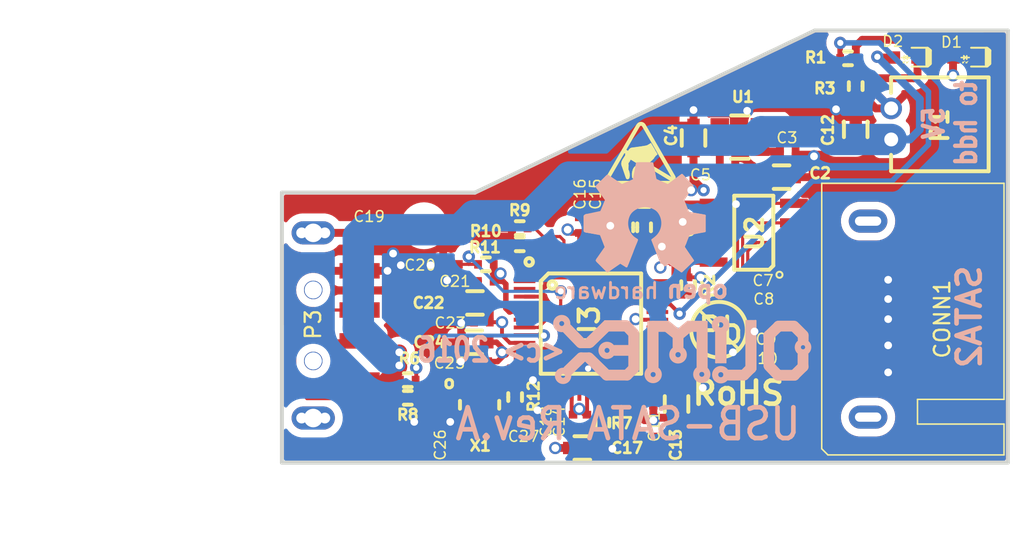
<source format=kicad_pcb>
(kicad_pcb (version 20221018) (generator pcbnew)
  (layers (0 "F.Cu" mixed) (1 "In1.Cu" power) (2 "In2.Cu" power) (31 "B.Cu" mixed) (35 "F.Paste" user) (36 "B.SilkS" user "B.Silkscreen") (37 "F.SilkS" user "F.Silkscreen") (38 "B.Mask" user) (39 "F.Mask" user) (44 "Edge.Cuts" user))
  (net 0 "")
  (net 1 "GND")
  (net 2 "+3V3")
  (net 3 "Net-(C12-Pad1)")
  (net 4 "+1V8")
  (net 5 "Net-(C7-Pad1)")
  (net 6 "Net-(C8-Pad1)")
  (net 7 "Net-(C9-Pad1)")
  (net 8 "Net-(C10-Pad1)")
  (net 9 "Net-(C19-Pad1)")
  (net 10 "/RST")
  (net 11 "Net-(C26-Pad1)")
  (net 12 "Net-(C27-Pad1)")
  (net 13 "Net-(D1-Pad1)")
  (net 14 "Net-(D2-Pad1)")
  (net 15 "/HDDA")
  (net 16 "Net-(R2-Pad2)")
  (net 17 "Net-(R4-Pad2)")
  (net 18 "Net-(R5-Pad2)")
  (net 19 "/VBUS")
  (net 20 "Net-(R7-Pad2)")
  (net 21 "Net-(R9-Pad1)")
  (net 22 "Net-(R10-Pad1)")
  (net 23 "Net-(U1-Pad4)")
  (net 24 "Net-(U2-Pad1)")
  (net 25 "Net-(U2-Pad2)")
  (net 26 "Net-(U2-Pad3)")
  (net 27 "Net-(U2-Pad4)")
  (net 28 "Net-(U2-Pad7)")
  (net 29 "Net-(U3-Pad1)")
  (net 30 "Net-(U3-Pad2)")
  (net 31 "Net-(U3-Pad6)")
  (net 32 "Net-(U3-Pad32)")
  (net 33 "Net-(U3-Pad48)")
  (net 34 "/TX_P")
  (net 35 "/TX_N")
  (net 36 "/RX_N")
  (net 37 "/RX_P")
  (net 38 "/D_N")
  (net 39 "/D_P")
  (net 40 "Net-(U3-Pad39)")
  (net 41 "Net-(U3-Pad40)")
  (footprint "OLIMEX_RLC-FP:C0402" (layer "F.Cu") (at 128.8 48.992 -90)
    (fp_text reference "C1")
    (fp_text value "100nF")
  )
  (footprint "OLIMEX_RLC-FP:C_0603_5MIL_DWS" (layer "F.Cu") (at 134.85 44)
    (fp_text reference "C2")
    (fp_text value "10uF/10V")
  )
  (footprint "OLIMEX_RLC-FP:C0402" (layer "F.Cu") (at 135.25 42.35 180)
    (fp_text reference "C3")
    (fp_text value "100nF")
  )
  (footprint "OLIMEX_RLC-FP:C_0603_5MIL_DWS" (layer "F.Cu") (at 129.15 41.461 90)
    (fp_text reference "C4")
    (fp_text value "10uF/10V")
  )
  (footprint "OLIMEX_RLC-FP:C0402" (layer "F.Cu") (at 131.342 43.8 180)
    (fp_text reference "C5")
    (fp_text value "100nF")
  )
  (footprint "OLIMEX_RLC-FP:C0402" (layer "F.Cu") (at 127.85 49 90)
    (fp_text reference "C6")
    (fp_text value "100nF")
  )
  (footprint "OLIMEX_RLC-FP:C0402" (layer "F.Cu") (at 135.6 50.65)
    (fp_text reference "C7")
    (fp_text value "10nF")
  )
  (footprint "OLIMEX_RLC-FP:C0402" (layer "F.Cu") (at 135.6 51.95)
    (fp_text reference "C8")
    (fp_text value "10nF")
  )
  (footprint "OLIMEX_RLC-FP:C0402" (layer "F.Cu") (at 135.6 54.45)
    (fp_text reference "C9")
    (fp_text value "10nF")
  )
  (footprint "OLIMEX_RLC-FP:C0402" (layer "F.Cu") (at 135.65 55.75)
    (fp_text reference "C10")
    (fp_text value "10nF")
  )
  (footprint "OLIMEX_RLC-FP:C0402" (layer "F.Cu") (at 126.55 58.3 -90)
    (fp_text reference "C11")
    (fp_text value "100nF")
  )
  (footprint "OLIMEX_RLC-FP:C_0603_5MIL_DWS" (layer "F.Cu") (at 139.65 40.9 90)
    (fp_text reference "C12")
    (fp_text value "10uF")
  )
  (footprint "OLIMEX_RLC-FP:C_0603_5MIL_DWS" (layer "F.Cu") (at 128.05 58.7 90)
    (fp_text reference "C13")
    (fp_text value "10uF/10V")
  )
  (footprint "OLIMEX_RLC-FP:C0402" (layer "F.Cu") (at 122.25 59.9 90)
    (fp_text reference "C14")
    (fp_text value "100nF")
  )
  (footprint "OLIMEX_RLC-FP:C0402" (layer "F.Cu") (at 122.75 47.1 -90)
    (fp_text reference "C15")
    (fp_text value "100nF")
  )
  (footprint "OLIMEX_RLC-FP:C0402" (layer "F.Cu") (at 121.75 47.108 -90)
    (fp_text reference "C16")
    (fp_text value "100nF")
  )
  (footprint "OLIMEX_RLC-FP:C_0603_5MIL_DWS" (layer "F.Cu") (at 121.95 61.55 180)
    (fp_text reference "C17")
    (fp_text value "10uF/10V")
  )
  (footprint "OLIMEX_RLC-FP:C0402" (layer "F.Cu") (at 121.35 59.9 -90)
    (fp_text reference "C18")
    (fp_text value "100nF")
  )
  (footprint "OLIMEX_RLC-FP:C0402" (layer "F.Cu") (at 108.2 47.6 180)
    (fp_text reference "C19")
    (fp_text value "10nF")
  )
  (footprint "OLIMEX_RLC-FP:C0402" (layer "F.Cu") (at 113.45 49.65)
    (fp_text reference "C20")
    (fp_text value "1uF")
  )
  (footprint "OLIMEX_RLC-FP:C0402" (layer "F.Cu") (at 115.7 50.75)
    (fp_text reference "C21")
    (fp_text value "100nF")
  )
  (footprint "OLIMEX_RLC-FP:C_0603_5MIL_DWS" (layer "F.Cu") (at 115 52.15 180)
    (fp_text reference "C22")
    (fp_text value "10uF/10V")
  )
  (footprint "OLIMEX_RLC-FP:C0402" (layer "F.Cu") (at 115.45 53.4)
    (fp_text reference "C23")
    (fp_text value "100nF")
  )
  (footprint "OLIMEX_RLC-FP:C_0603_5MIL_DWS" (layer "F.Cu") (at 114.95 54.7 180)
    (fp_text reference "C24")
    (fp_text value "10uF/10V")
  )
  (footprint "OLIMEX_RLC-FP:C0402" (layer "F.Cu") (at 115.35 55.95)
    (fp_text reference "C25")
    (fp_text value "100nF")
  )
  (footprint "OLIMEX_RLC-FP:C0402" (layer "F.Cu") (at 112.8 59.35 90)
    (fp_text reference "C26")
    (fp_text value "33pF")
  )
  (footprint "OLIMEX_RLC-FP:C0402" (layer "F.Cu") (at 118.1 59.75 180)
    (fp_text reference "C27")
    (fp_text value "33pF")
  )
  (footprint "OLIMEX_LEDs-FP:LED_0603_KA" (layer "F.Cu") (at 146.738001 36.25 180)
    (fp_text reference "D1")
    (fp_text value "RED")
  )
  (footprint "OLIMEX_LEDs-FP:LED_0603_KA" (layer "F.Cu") (at 142.888001 36.25 180)
    (fp_text reference "D2")
    (fp_text value "GREEN")
  )
  (footprint "OLIMEX_Connectors-FP:USB-A-MALE-SMD" (layer "F.Cu") (at 104.53 53.61 -90)
    (fp_text reference "P3")
    (fp_text value "USB_A")
  )
  (footprint "OLIMEX_RLC-FP:R_0402_5MIL_DWS" (layer "F.Cu") (at 139.15 36.3 180)
    (fp_text reference "R1")
    (fp_text value "1K")
  )
  (footprint "OLIMEX_RLC-FP:R_0402_5MIL_DWS" (layer "F.Cu") (at 128.8 51 -90)
    (fp_text reference "R2")
    (fp_text value "10K")
  )
  (footprint "OLIMEX_RLC-FP:R_0402_5MIL_DWS" (layer "F.Cu") (at 139.65 38.1 -90)
    (fp_text reference "R3")
    (fp_text value "1K")
  )
  (footprint "OLIMEX_RLC-FP:R_0402_5MIL_DWS" (layer "F.Cu") (at 124.8 47.25 -90)
    (fp_text reference "R4")
    (fp_text value "10K")
  )
  (footprint "OLIMEX_RLC-FP:R_0402_5MIL_DWS" (layer "F.Cu") (at 125.95 47.25 -90)
    (fp_text reference "R5")
    (fp_text value "10K")
  )
  (footprint "OLIMEX_RLC-FP:R_0402_5MIL_DWS" (layer "F.Cu") (at 110.65 57.15)
    (fp_text reference "R6")
    (fp_text value "4.7K")
  )
  (footprint "OLIMEX_RLC-FP:R_0402_5MIL_DWS" (layer "F.Cu") (at 123.25 59.9 90)
    (fp_text reference "R7")
    (fp_text value "12K/1%")
  )
  (footprint "OLIMEX_RLC-FP:R_0402_5MIL_DWS" (layer "F.Cu") (at 110.65 58.3 180)
    (fp_text reference "R8")
    (fp_text value "10K")
  )
  (footprint "OLIMEX_RLC-FP:R_0402_5MIL_DWS" (layer "F.Cu") (at 117.9 47.3 180)
    (fp_text reference "R9")
    (fp_text value "4.7K")
  )
  (footprint "OLIMEX_RLC-FP:R_0402_5MIL_DWS" (layer "F.Cu") (at 117.9 48.35 180)
    (fp_text reference "R10")
    (fp_text value "4.7K")
  )
  (footprint "OLIMEX_RLC-FP:R_0402_5MIL_DWS" (layer "F.Cu") (at 115.708 49.65 180)
    (fp_text reference "R11")
    (fp_text value "47K")
  )
  (footprint "OLIMEX_RLC-FP:R_0402_5MIL_DWS" (layer "F.Cu") (at 117.6 58.25 90)
    (fp_text reference "R12")
    (fp_text value "1M")
  )
  (footprint "OLIMEX_IC-FP:SOT-23-5" (layer "F.Cu") (at 132.15 41.4)
    (fp_text reference "U1")
    (fp_text value "AP1231")
  )
  (footprint "OLIMEX_IC-FP:SOIC-8" (layer "F.Cu") (at 133.05 47.6 90)
    (fp_text reference "U2")
    (fp_text value "(n.a.)93LC46")
  )
  (footprint "OLIMEX_IC-FP:LQFP48" (layer "F.Cu") (at 122.51 53.49 -90)
    (fp_text reference "U3")
    (fp_text value "JM20329")
  )
  (footprint "OLIMEX_Crystal-FP:TSX-3.2x2.5mm_GND(3)" (layer "F.Cu") (at 115.3 58.75 -90)
    (fp_text reference "X1")
    (fp_text value "12MHz_20ppm_22pF")
  )
  (footprint "OLIMEX_Connectors-FP:SATA-MALE-7" (layer "F.Cu") (at 140.45 53.2 -90)
    (fp_text reference "CONN1")
    (fp_text value "CONN-SATA7")
  )
  (footprint "OLIMEX_Connectors-FP:LIPO_BAT-CON2DW02R" (layer "F.Cu") (at 145.1 40.55 90)
    (fp_text reference "P1")
    (fp_text value "5V to hdd")
  )
  (footprint "OLIMEX_Other-FP:Fiducial1x3_transp" (layer "F.Cu") (at 111.7 47.15)
    (fp_text reference "")
    (fp_text value "")
  )
  (footprint "OLIMEX_Other-FP:Fiducial1x3_transp" (layer "F.Cu") (at 135.35 60.4)
    (fp_text reference "")
    (fp_text value "")
  )
  (footprint "OLIMEX_Other-FP:Fiducial1x3_transp" (layer "F.Cu") (at 135.1 37.75)
    (fp_text reference "")
    (fp_text value "")
  )
  (footprint "OLIMEX_LOGOs-FP:LOGO_ANTISTATIC_SMALL_4.5mmX2.8mm" (layer "F.Cu") (at 125.75 42.45)
    (fp_text reference "Ref**")
    (fp_text value "Val**")
  )
  (footprint "OLIMEX_LOGOs-FP:LOGO_PBFREE" (layer "F.Cu") (at 131 54.2)
    (fp_text reference "")
    (fp_text value "")
  )
  (footprint "OLIMEX_LOGOs-FP:LOGO_OPENHARDWARE_8x8" (layer "B.Cu") (at 126 47.1 180)
    (fp_text reference "" hide)
    (fp_text value "" hide)
  )
  (footprint "OLIMEX_LOGOs-FP:OLIMEX_LOGO_TB" (layer "B.Cu") (at 128.25 55.15 180)
    (fp_text reference "" hide)
    (fp_text value "" hide)
  )
  (gr_line (start 102.5 62.5) (end 102.5 45) (stroke (width 0.254)) (layer "Edge.Cuts"))
  (gr_line (start 102.5 62.5) (end 149.5 62.5) (stroke (width 0.254)) (layer "Edge.Cuts"))
  (gr_line (start 102.5 45) (end 115 45) (stroke (width 0.254)) (layer "Edge.Cuts"))
  (gr_line (start 149.5 62.5) (end 149.5 34.5) (stroke (width 0.254)) (layer "Edge.Cuts"))
  (gr_line (start 115 45) (end 137 34.5) (stroke (width 0.254)) (layer "Edge.Cuts"))
  (gr_line (start 137 34.5) (end 149.5 34.5) (stroke (width 0.254)) (layer "Edge.Cuts"))
  (gr_text "5V\nto hdd" (at 145.75 40.5 90) (layer "B.SilkS") (effects (font (size 1.3 1.1) (thickness 0.275)) (justify mirror)))
  (gr_text "<c> 2016" (at 116.05 55.2) (layer "B.SilkS") (effects (font (size 1.5 1.2) (thickness 0.3)) (justify mirror)))
  (gr_text "SATA2" (at 147 53.05 90) (layer "B.SilkS") (effects (font (size 1.5 1.5) (thickness 0.3)) (justify mirror)))
  (gr_text "USB-SATA Rev.A" (at 124.9 60) (layer "B.SilkS") (effects (font (size 2 1.8) (thickness 0.3)) (justify mirror)))
  (gr_text "RoHS" (at 132.05 58) (layer "F.SilkS") (effects (font (size 1.5 1.5) (thickness 0.3))))
  (segment (start 122.8 60.408) (end 122.25 60.408) (width 0.508) (layer "F.Cu") (net 1))
  (segment (start 129.15 40.572) (end 129.15 39.65) (width 0.508) (layer "F.Cu") (net 1))
  (segment (start 142.00481 49.54519) (end 141.75 49.8) (width 0.3556) (layer "F.Cu") (net 1))
  (segment (start 112.942 50.433) (end 113.2 50.691) (width 0.508) (layer "F.Cu") (net 1))
  (segment (start 121.26 49.19) (end 121.26 50.144) (width 0.254) (layer "F.Cu") (net 1))
  (segment (start 125.1 56.4) (end 122.324 56.4) (width 0.254) (layer "F.Cu") (net 1))
  (segment (start 135.739 44) (end 136.6026 44) (width 0.3556) (layer "F.Cu") (net 1))
  (segment (start 114.161 53.4) (end 114.111 53.45) (width 0.508) (layer "F.Cu") (net 1))
  (segment (start 131.85 40.471189) (end 132.220705 40.100484) (width 0.3556) (layer "F.Cu") (net 1))
  (segment (start 135.758 43.05) (end 136.158 42.65) (width 0.254) (layer "F.Cu") (net 1))
  (segment (start 114.061 54.7) (end 114.061 55.927) (width 0.508) (layer "F.Cu") (net 1))
  (segment (start 117.392 47.85) (end 117.392 48.35) (width 0.508) (layer "F.Cu") (net 1))
  (segment (start 138.95 49.39) (end 141.34 49.39) (width 0.3556) (layer "F.Cu") (net 1))
  (segment (start 114.084 55.95) (end 114.842 55.95) (width 0.508) (layer "F.Cu") (net 1))
  (segment (start 141.34 49.39) (end 141.75 49.8) (width 0.3556) (layer "F.Cu") (net 1))
  (segment (start 131.85 43.8) (end 131.85 45.5506) (width 0.3556) (layer "F.Cu") (net 1))
  (segment (start 114.65 59.85) (end 114.5 59.85) (width 0.25) (layer "F.Cu") (net 1))
  (segment (start 110.142 58.9306) (end 111.0694 59.858) (width 0.3556) (layer "F.Cu") (net 1))
  (segment (start 123.155 45.695) (end 122.25 46.6) (width 0.3556) (layer "F.Cu") (net 1))
  (segment (start 141.94532 39.5467) (end 140.955371 39.5467) (width 0.508) (layer "F.Cu") (net 1))
  (segment (start 136.158 42.65) (end 136.384315 42.65) (width 0.254) (layer "F.Cu") (net 1))
  (segment (start 135.758 43.05) (end 135.758 43.981) (width 0.3556) (layer "F.Cu") (net 1))
  (segment (start 117.392 47.85) (end 116 47.85) (width 0.508) (layer "F.Cu") (net 1))
  (segment (start 122.26 50.144) (end 122.25 50.154) (width 0.254) (layer "F.Cu") (net 1))
  (segment (start 119.45 56.65) (end 118.95 57.15) (width 0.254) (layer "F.Cu") (net 1))
  (segment (start 140.7056 53.2) (end 141.75 53.2) (width 0.3556) (layer "F.Cu") (net 1))
  (segment (start 126.569 57.811) (end 126.55 57.792) (width 0.508) (layer "F.Cu") (net 1))
  (segment (start 112.1694 59.858) (end 112.8 59.858) (width 0.3556) (layer "F.Cu") (net 1))
  (segment (start 110.2 49.708) (end 109.7 49.708) (width 0.508) (layer "F.Cu") (net 1))
  (segment (start 141.75 56.65) (end 141.39 57.01) (width 0.3556) (layer "F.Cu") (net 1))
  (segment (start 141.75 50.65) (end 141.75 51.9) (width 0.3556) (layer "F.Cu") (net 1))
  (segment (start 138.95 53.2) (end 140.7056 53.2) (width 0.3556) (layer "F.Cu") (net 1))
  (segment (start 122.05 56.4) (end 121.76 56.69) (width 0.254) (layer "F.Cu") (net 1))
  (segment (start 121.75 46.6) (end 122.25 46.6) (width 0.3556) (layer "F.Cu") (net 1))
  (segment (start 119.174 51.75) (end 119.4 51.75) (width 0.254) (layer "F.Cu") (net 1))
  (segment (start 122.25 50.5) (end 123.25 50.5) (width 0.254) (layer "F.Cu") (net 1))
  (segment (start 119.4 51.75) (end 119.4 52.25) (width 0.254) (layer "F.Cu") (net 1))
  (segment (start 131.7 55.7) (end 129.75 57.65) (width 0.508) (layer "F.Cu") (net 1))
  (segment (start 114.111 51.073) (end 114.111 52.15) (width 0.508) (layer "F.Cu") (net 1))
  (segment (start 118.608 59.542) (end 118.650001 59.499999) (width 0.508) (layer "F.Cu") (net 1))
  (segment (start 141.75 49.8) (end 141.75 50.65) (width 0.3556) (layer "F.Cu") (net 1))
  (segment (start 135.758 42.35) (end 135.758 43.05) (width 0.3556) (layer "F.Cu") (net 1))
  (segment (start 111.85 59.858) (end 112.1694 59.858) (width 0.3556) (layer "F.Cu") (net 1))
  (segment (start 116.1 57.65) (end 116.1 57.75) (width 0.2032) (layer "F.Cu") (net 1))
  (segment (start 122.8 60.408) (end 123.108 60.408) (width 0.254) (layer "F.Cu") (net 1))
  (segment (start 119.39 52.24) (end 118.21 52.24) (width 0.254) (layer "F.Cu") (net 1))
  (segment (start 114.111 54.65) (end 114.061 54.7) (width 0.508) (layer "F.Cu") (net 1))
  (segment (start 109.7 48.95) (end 109.7 47.834) (width 0.508) (layer "F.Cu") (net 1))
  (segment (start 131.7056 45.695) (end 131.845 45.695) (width 0.25) (layer "F.Cu") (net 1))
  (segment (start 127.85 48.492) (end 128.792 48.492) (width 0.3556) (layer "F.Cu") (net 1))
  (segment (start 109.7 47.834) (end 109.466 47.6) (width 0.508) (layer "F.Cu") (net 1))
  (segment (start 141.75 51.9) (end 141.75 53.2) (width 0.3556) (layer "F.Cu") (net 1))
  (segment (start 112.184 49.65) (end 112.126 49.708) (width 0.508) (layer "F.Cu") (net 1))
  (segment (start 123.25 60.408) (end 122.8 60.408) (width 0.508) (layer "F.Cu") (net 1))
  (segment (start 112.942 49.65) (end 112.942 50.433) (width 0.508) (layer "F.Cu") (net 1))
  (segment (start 122.839 61.55) (end 123.85 61.55) (width 0.508) (layer "F.Cu") (net 1))
  (segment (start 112.8 59.858) (end 113.4 59.858) (width 0.3556) (layer "F.Cu") (net 1))
  (segment (start 128.792 48.492) (end 128.8 48.484) (width 0.3556) (layer "F.Cu") (net 1))
  (segment (start 126.81 51.24) (end 124.01 51.24) (width 0.254) (layer "F.Cu") (net 1))
  (segment (start 137.042 53.2) (end 136.942 53.1) (width 0.508) (layer "F.Cu") (net 1))
  (segment (start 111.85 59.858) (end 111.0694 59.858) (width 0.508) (layer "F.Cu") (net 1))
  (segment (start 131.85 41.55) (end 131.85 43.8) (width 0.508) (layer "F.Cu") (net 1))
  (segment (start 131.85 41.55) (end 131.85 40.471189) (width 0.3556) (layer "F.Cu") (net 1))
  (segment (start 132.220705 40.100484) (end 132.620704 39.700485) (width 0.3556) (layer "F.Cu") (net 1))
  (segment (start 129.978 41.4) (end 129.15 40.572) (width 0.508) (layer "F.Cu") (net 1))
  (segment (start 115.192 50.75) (end 114.434 50.75) (width 0.508) (layer "F.Cu") (net 1))
  (segment (start 138.95 53.2) (end 137.042 53.2) (width 0.508) (layer "F.Cu") (net 1))
  (segment (start 132 41.4) (end 131.85 41.55) (width 0.508) (layer "F.Cu") (net 1))
  (segment (start 112.126 49.708) (end 110.2 49.708) (width 0.508) (layer "F.Cu") (net 1))
  (segment (start 114.5 59.85) (end 113.408 59.85) (width 0.508) (layer "F.Cu") (net 1))
  (segment (start 107.53 50.07) (end 109.338 50.07) (width 0.508) (layer "F.Cu") (net 1))
  (segment (start 114.111 53.45) (end 114.111 54.65) (width 0.508) (layer "F.Cu") (net 1))
  (segment (start 121.25 50.154) (end 121.25 50.5) (width 0.254) (layer "F.Cu") (net 1))
  (segment (start 113.2 50.691) (end 113.582 51.073) (width 0.508) (layer "F.Cu") (net 1))
  (segment (start 119.4 51.15) (end 119.4 51.75) (width 0.254) (layer "F.Cu") (net 1))
  (segment (start 121.26 50.144) (end 121.25 50.154) (width 0.254) (layer "F.Cu") (net 1))
  (segment (start 122.324 56.4) (end 122.05 56.4) (width 0.254) (layer "F.Cu") (net 1))
  (segment (start 141.15 45) (end 142.00481 45.85481) (width 0.3556) (layer "F.Cu") (net 1))
  (segment (start 120.05 50.5) (end 119.4 51.15) (width 0.254) (layer "F.Cu") (net 1))
  (segment (start 121.25 50.5) (end 120.05 50.5) (width 0.254) (layer "F.Cu") (net 1))
  (segment (start 122.8 60.495) (end 122.8 60.408) (width 0.508) (layer "F.Cu") (net 1))
  (segment (start 122.76 57.79) (end 122.76 56.836) (width 0.254) (layer "F.Cu") (net 1))
  (segment (start 133.1 54) (end 133.05 54) (width 0.508) (layer "F.Cu") (net 1))
  (segment (start 125.26 56.56) (end 125.1 56.4) (width 0.254) (layer "F.Cu") (net 1))
  (segment (start 133.45 41.4) (end 132 41.4) (width 0.508) (layer "F.Cu") (net 1))
  (segment (start 109.466 47.6) (end 108.708 47.6) (width 0.508) (layer "F.Cu") (net 1))
  (segment (start 140.955371 39.5467) (end 140.658671 39.25) (width 0.508) (layer "F.Cu") (net 1))
  (segment (start 134 53.1) (end 133.1 54) (width 0.508) (layer "F.Cu") (net 1))
  (segment (start 123.25 50.5) (end 123.26 50.49) (width 0.254) (layer "F.Cu") (net 1))
  (segment (start 130.45 45.695) (end 123.155 45.695) (width 0.3556) (layer "F.Cu") (net 1))
  (segment (start 114.434 50.75) (end 114.111 51.073) (width 0.508) (layer "F.Cu") (net 1))
  (segment (start 128.211 57.65) (end 128.05 57.811) (width 0.508) (layer "F.Cu") (net 1))
  (segment (start 121.76 56.69) (end 121.76 57.79) (width 0.254) (layer "F.Cu") (net 1))
  (segment (start 126.548 57.79) (end 126.55 57.792) (width 0.254) (layer "F.Cu") (net 1))
  (segment (start 119.164 51.74) (end 119.174 51.75) (width 0.254) (layer "F.Cu") (net 1))
  (segment (start 138.3754 39.6) (end 133.6 39.6) (width 0.3556) (layer "F.Cu") (net 1))
  (segment (start 114.942 53.4) (end 114.161 53.4) (width 0.508) (layer "F.Cu") (net 1))
  (segment (start 112.942 49.65) (end 112.184 49.65) (width 0.508) (layer "F.Cu") (net 1))
  (segment (start 132.721189 39.6) (end 132.620704 39.700485) (width 0.3556) (layer "F.Cu") (net 1))
  (segment (start 139.65 38.608) (end 139.65 39.25) (width 0.508) (layer "F.Cu") (net 1))
  (segment (start 117.392 47.3) (end 117.392 47.85) (width 0.508) (layer "F.Cu") (net 1))
  (segment (start 118.95 57.15) (end 118.75 57.15) (width 0.254) (layer "F.Cu") (net 1))
  (segment (start 136.942 53.1) (end 134 53.1) (width 0.508) (layer "F.Cu") (net 1))
  (segment (start 115.45 58.8) (end 114.5 59.75) (width 0.2032) (layer "F.Cu") (net 1))
  (segment (start 127.85 48.492) (end 127.108 48.492) (width 0.25) (layer "F.Cu") (net 1))
  (segment (start 128.05 57.811) (end 126.569 57.811) (width 0.508) (layer "F.Cu") (net 1))
  (segment (start 132 41.4) (end 129.978 41.4) (width 0.508) (layer "F.Cu") (net 1))
  (segment (start 129.75 57.65) (end 128.211 57.65) (width 0.508) (layer "F.Cu") (net 1))
  (segment (start 116.1 57.75) (end 115.45 58.4) (width 0.2032) (layer "F.Cu") (net 1))
  (segment (start 119.45 56.026) (end 119.45 56.65) (width 0.254) (layer "F.Cu") (net 1))
  (segment (start 114.111 52.15) (end 114.111 53.45) (width 0.508) (layer "F.Cu") (net 1))
  (segment (start 118.608 59.75) (end 118.608 59.542) (width 0.508) (layer "F.Cu") (net 1))
  (segment (start 141.75 53.2) (end 141.75 54.9) (width 0.3556) (layer "F.Cu") (net 1))
  (segment (start 122.26 49.19) (end 122.26 50.144) (width 0.254) (layer "F.Cu") (net 1))
  (segment (start 124.01 51.24) (end 123.26 50.49) (width 0.254) (layer "F.Cu") (net 1))
  (segment (start 131.845 45.695) (end 131.9 45.75) (width 0.25) (layer "F.Cu") (net 1))
  (segment (start 114.5 59.75) (end 114.5 59.85) (width 0.2032) (layer "F.Cu") (net 1))
  (segment (start 118.21 55.74) (end 119.164 55.74) (width 0.254) (layer "F.Cu") (net 1))
  (segment (start 141.75 54.9) (end 141.75 56.65) (width 0.3556) (layer "F.Cu") (net 1))
  (segment (start 118.21 51.74) (end 119.164 51.74) (width 0.254) (layer "F.Cu") (net 1))
  (segment (start 123.85 61.55) (end 123.9 61.6) (width 0.508) (layer "F.Cu") (net 1))
  (segment (start 114.061 55.927) (end 114.084 55.95) (width 0.508) (layer "F.Cu") (net 1))
  (segment (start 131.7056 45.695) (end 130.45 45.695) (width 0.3556) (layer "F.Cu") (net 1))
  (segment (start 125.26 57.79) (end 125.26 56.56) (width 0.254) (layer "F.Cu") (net 1))
  (segment (start 131.85 45.5506) (end 131.7056 45.695) (width 0.3556) (layer "F.Cu") (net 1))
  (segment (start 138.7864 40.011) (end 138.3754 39.6) (width 0.3556) (layer "F.Cu") (net 1))
  (segment (start 110.142 58.3) (end 110.142 58.9306) (width 0.3556) (layer "F.Cu") (net 1))
  (segment (start 122.25 46.6) (end 122.742 46.6) (width 0.3556) (layer "F.Cu") (net 1))
  (segment (start 122.839 61.55) (end 122.839 60.534) (width 0.508) (layer "F.Cu") (net 1))
  (segment (start 121.35 60.408) (end 122.25 60.408) (width 0.3556) (layer "F.Cu") (net 1))
  (segment (start 122.839 60.534) (end 122.8 60.495) (width 0.508) (layer "F.Cu") (net 1))
  (segment (start 135.758 43.981) (end 135.739 44) (width 0.3556) (layer "F.Cu") (net 1))
  (segment (start 139.65 39.25) (end 139.65 40.011) (width 0.508) (layer "F.Cu") (net 1))
  (segment (start 136.384315 42.65) (end 136.95 42.65) (width 0.254) (layer "F.Cu") (net 1))
  (segment (start 113.408 59.85) (end 113.4 59.858) (width 0.508) (layer "F.Cu") (net 1))
  (segment (start 113.582 51.073) (end 114.111 51.073) (width 0.508) (layer "F.Cu") (net 1))
  (segment (start 122.76 56.836) (end 122.324 56.4) (width 0.254) (layer "F.Cu") (net 1))
  (segment (start 139.65 40.011) (end 138.7864 40.011) (width 0.3556) (layer "F.Cu") (net 1))
  (segment (start 125.26 57.79) (end 126.548 57.79) (width 0.254) (layer "F.Cu") (net 1))
  (segment (start 131.7 55.35) (end 131.7 55.7) (width 0.508) (layer "F.Cu") (net 1))
  (segment (start 109.7 49.708) (end 109.7 48.95) (width 0.508) (layer "F.Cu") (net 1))
  (segment (start 140.658671 39.25) (end 139.65 39.25) (width 0.508) (layer "F.Cu") (net 1))
  (segment (start 118.650001 59.499999) (end 119.05 59.1) (width 0.508) (layer "F.Cu") (net 1))
  (segment (start 141.39 57.01) (end 138.95 57.01) (width 0.3556) (layer "F.Cu") (net 1))
  (segment (start 133.05 54) (end 131.7 55.35) (width 0.508) (layer "F.Cu") (net 1))
  (segment (start 136.6026 44) (end 137.6026 45) (width 0.3556) (layer "F.Cu") (net 1))
  (segment (start 122.742 46.6) (end 122.75 46.592) (width 0.3556) (layer "F.Cu") (net 1))
  (segment (start 109.338 50.07) (end 109.7 49.708) (width 0.508) (layer "F.Cu") (net 1))
  (segment (start 127.108 48.492) (end 127.1 48.5) (width 0.25) (layer "F.Cu") (net 1))
  (segment (start 133.6 39.6) (end 132.721189 39.6) (width 0.3556) (layer "F.Cu") (net 1))
  (segment (start 119.4 52.25) (end 119.39 52.24) (width 0.254) (layer "F.Cu") (net 1))
  (segment (start 119.164 55.74) (end 119.45 56.026) (width 0.254) (layer "F.Cu") (net 1))
  (segment (start 115.45 58.4) (end 115.45 58.8) (width 0.2032) (layer "F.Cu") (net 1))
  (segment (start 122.25 50.154) (end 122.25 50.5) (width 0.254) (layer "F.Cu") (net 1))
  (segment (start 137.6026 45) (end 141.15 45) (width 0.3556) (layer "F.Cu") (net 1))
  (segment (start 121.25 50.5) (end 122.25 50.5) (width 0.254) (layer "F.Cu") (net 1))
  (segment (start 123.26 50.49) (end 123.26 49.19) (width 0.254) (layer "F.Cu") (net 1))
  (via (at 133.1 54) (size 0.8) (drill 0.5) (layers "F.Cu" "B.Cu") (net 1))
  (via (at 129.15 39.65) (size 0.8) (drill 0.5) (layers "F.Cu" "B.Cu") (net 1))
  (via (at 131.9 45.75) (size 0.8) (drill 0.5) (layers "F.Cu" "B.Cu") (net 1))
  (via (at 113.2 50.691) (size 0.8) (drill 0.5) (layers "F.Cu" "B.Cu") (net 1))
  (via (at 129.75 57.65) (size 0.8) (drill 0.5) (layers "F.Cu" "B.Cu") (net 1))
  (via (at 122.324 56.4) (size 0.8) (drill 0.4) (layers "F.Cu" "B.Cu") (net 1))
  (via (at 119.05 59.1) (size 0.8) (drill 0.5) (layers "F.Cu" "B.Cu") (net 1))
  (via (at 131.7 55.35) (size 0.8) (drill 0.5) (layers "F.Cu" "B.Cu") (net 1))
  (via (at 141.75 54.9) (size 0.8) (drill 0.5) (layers "F.Cu" "B.Cu") (net 1))
  (via (at 141.75 56.65) (size 0.8) (drill 0.5) (layers "F.Cu" "B.Cu") (net 1))
  (via (at 136.95 42.65) (size 0.8) (drill 0.5) (layers "F.Cu" "B.Cu") (net 1))
  (via (at 112.126 49.708) (size 0.8) (drill 0.5) (layers "F.Cu" "B.Cu") (net 1))
  (via (at 109.338 50.07) (size 0.8) (drill 0.5) (layers "F.Cu" "B.Cu") (net 1))
  (via (at 141.75 51.9) (size 0.8) (drill 0.5) (layers "F.Cu" "B.Cu") (net 1))
  (via (at 110.2 49.708) (size 0.8) (drill 0.5) (layers "F.Cu" "B.Cu") (net 1))
  (via (at 114.084 55.95) (size 0.8) (drill 0.5) (layers "F.Cu" "B.Cu") (net 1))
  (via (at 123.9 61.6) (size 0.8) (drill 0.5) (layers "F.Cu" "B.Cu") (net 1))
  (via (at 141.75 50.65) (size 0.8) (drill 0.5) (layers "F.Cu" "B.Cu") (net 1))
  (via (at 141.75 53.2) (size 0.8) (drill 0.5) (layers "F.Cu" "B.Cu") (net 1))
  (via (at 132.620704 39.700485) (size 0.8) (drill 0.5) (layers "F.Cu" "B.Cu") (net 1))
  (via (at 114.111 53.45) (size 0.8) (drill 0.5) (layers "F.Cu" "B.Cu") (net 1))
  (via (at 118.75 57.15) (size 0.8) (drill 0.5) (layers "F.Cu" "B.Cu") (net 1))
  (via (at 109.7 48.95) (size 0.8) (drill 0.5) (layers "F.Cu" "B.Cu") (net 1))
  (via (at 138.3754 39.6) (size 0.8) (drill 0.5) (layers "F.Cu" "B.Cu") (net 1))
  (via (at 111.0694 59.858) (size 0.8) (drill 0.5) (layers "F.Cu" "B.Cu") (net 1))
  (via (at 127.1 48.5) (size 0.8) (drill 0.5) (layers "F.Cu" "B.Cu") (net 1))
  (via (at 113.4 59.858) (size 0.8) (drill 0.5) (layers "F.Cu" "B.Cu") (net 1))
  (segment (start 121.26 57.79) (end 121.26 59.348) (width 0.254) (layer "F.Cu") (net 2))
  (segment (start 145.95 36.276001) (end 145.976001 36.25) (width 0.508) (layer "F.Cu") (net 2))
  (segment (start 128.8 49.5) (end 128.8 50.492) (width 0.3556) (layer "F.Cu") (net 2))
  (segment (start 123.55 47.4386) (end 123.3806 47.608) (width 0.3556) (layer "F.Cu") (net 2))
  (segment (start 123.7614 47.15) (end 123.55 47.3614) (width 0.3556) (layer "F.Cu") (net 2))
  (segment (start 121.26 56.71) (end 121.26 57.79) (width 0.254) (layer "F.Cu") (net 2))
  (segment (start 117.26 52.74) (end 117.24 52.74) (width 0.3556) (layer "F.Cu") (net 2))
  (segment (start 117 52.5) (end 117 50.9364) (width 0.3556) (layer "F.Cu") (net 2))
  (segment (start 124.1694 46.742) (end 123.7614 47.15) (width 0.3556) (layer "F.Cu") (net 2))
  (segment (start 122.75 47.608) (end 122.75 49.18) (width 0.254) (layer "F.Cu") (net 2))
  (segment (start 116.216 49.65) (end 116.216 50.25) (width 0.3556) (layer "F.Cu") (net 2))
  (segment (start 122.25 59.392) (end 122.224975 59.417025) (width 0.3556) (layer "F.Cu") (net 2))
  (segment (start 121.35 59.392) (end 121.724974 59.017026) (width 0.3556) (layer "F.Cu") (net 2))
  (segment (start 122.149999 59.417025) (end 121.75 59.017026) (width 0.3556) (layer "F.Cu") (net 2))
  (segment (start 129.45 50.6) (end 129.342 50.492) (width 0.254) (layer "F.Cu") (net 2))
  (segment (start 130.85 43.784) (end 130.834 43.8) (width 0.508) (layer "F.Cu") (net 2))
  (segment (start 130.45 46.965) (end 128.515 46.965) (width 0.3556) (layer "F.Cu") (net 2))
  (segment (start 122.224975 59.417025) (end 122.149999 59.417025) (width 0.3556) (layer "F.Cu") (net 2))
  (segment (start 120.2 61.55) (end 121.061 61.55) (width 0.508) (layer "F.Cu") (net 2))
  (segment (start 116.65 50.25) (end 116.216 50.25) (width 0.508) (layer "F.Cu") (net 2))
  (segment (start 129.15 42.35) (end 129.15 44.19301) (width 0.508) (layer "F.Cu") (net 2))
  (segment (start 123.3806 47.608) (end 122.75 47.608) (width 0.3556) (layer "F.Cu") (net 2))
  (segment (start 121.724974 59.017026) (end 121.75 59.017026) (width 0.3556) (layer "F.Cu") (net 2))
  (segment (start 122.26 57.79) (end 122.26 59.382) (width 0.254) (layer "F.Cu") (net 2))
  (segment (start 130.85 42.35) (end 130.85 43.784) (width 0.508) (layer "F.Cu") (net 2))
  (segment (start 128.805 49.505) (end 128.8 49.5) (width 0.3556) (layer "F.Cu") (net 2))
  (segment (start 116.216 50.742) (end 116.208 50.75) (width 0.3556) (layer "F.Cu") (net 2))
  (segment (start 129.15 44.69301) (end 129 44.84301) (width 0.508) (layer "F.Cu") (net 2))
  (segment (start 116.94 55.24) (end 116.4 54.7) (width 0.3556) (layer "F.Cu") (net 2))
  (segment (start 116.96 55.4536) (end 116.8536 55.4536) (width 0.508) (layer "F.Cu") (net 2))
  (segment (start 116.96 55.4536) (end 116.4636 55.95) (width 0.3556) (layer "F.Cu") (net 2))
  (segment (start 129.15 44.19301) (end 129.400001 44.443011) (width 0.508) (layer "F.Cu") (net 2))
  (segment (start 123.55 47.3614) (end 123.55 47.4386) (width 0.3556) (layer "F.Cu") (net 2))
  (segment (start 118.21 55.24) (end 119.45 55.24) (width 0.254) (layer "F.Cu") (net 2))
  (segment (start 116.96 55.24) (end 116.94 55.24) (width 0.3556) (layer "F.Cu") (net 2))
  (segment (start 116.96 55.24) (end 116.96 55.4536) (width 0.3556) (layer "F.Cu") (net 2))
  (segment (start 116.8536 55.4536) (end 116.75 55.35) (width 0.508) (layer "F.Cu") (net 2))
  (segment (start 125.44 53.24) (end 125.4 53.2) (width 0.254) (layer "F.Cu") (net 2))
  (segment (start 128.292 46.742) (end 128.45 46.9) (width 0.3556) (layer "F.Cu") (net 2))
  (segment (start 129.400001 44.443011) (end 129.8 44.84301) (width 0.508) (layer "F.Cu") (net 2))
  (segment (start 121.25199 56.70199) (end 121.25199 56.71) (width 0.508) (layer "F.Cu") (net 2))
  (segment (start 122.26 59.382) (end 122.25 59.392) (width 0.254) (layer "F.Cu") (net 2))
  (segment (start 118.21 52.74) (end 117.26 52.74) (width 0.25) (layer "F.Cu") (net 2))
  (segment (start 145.95 37.4) (end 145.95 36.276001) (width 0.508) (layer "F.Cu") (net 2))
  (segment (start 117.26 52.74) (end 117.20001 52.68001) (width 0.25) (layer "F.Cu") (net 2))
  (segment (start 125.95 46.742) (end 128.292 46.742) (width 0.3556) (layer "F.Cu") (net 2))
  (segment (start 116.8136 50.75) (end 116.208 50.75) (width 0.3556) (layer "F.Cu") (net 2))
  (segment (start 119.79 55.24) (end 121.25199 56.70199) (width 0.508) (layer "F.Cu") (net 2))
  (segment (start 117 50.9364) (end 116.8136 50.75) (width 0.3556) (layer "F.Cu") (net 2))
  (segment (start 126.81 53.24) (end 125.44 53.24) (width 0.254) (layer "F.Cu") (net 2))
  (segment (start 130.85 42.35) (end 129.15 42.35) (width 0.508) (layer "F.Cu") (net 2))
  (segment (start 128.515 46.965) (end 128.45 46.9) (width 0.3556) (layer "F.Cu") (net 2))
  (segment (start 129.15 42.35) (end 129.15 44.69301) (width 0.508) (layer "F.Cu") (net 2))
  (segment (start 121.25199 56.71) (end 121.26 56.71) (width 0.254) (layer "F.Cu") (net 2))
  (segment (start 129.342 50.492) (end 128.8 50.492) (width 0.254) (layer "F.Cu") (net 2))
  (segment (start 124.8 46.742) (end 124.1694 46.742) (width 0.3556) (layer "F.Cu") (net 2))
  (segment (start 119.45 55.24) (end 119.79 55.24) (width 0.508) (layer "F.Cu") (net 2))
  (segment (start 116.216 50.25) (end 116.216 50.742) (width 0.3556) (layer "F.Cu") (net 2))
  (segment (start 124.8 46.742) (end 125.95 46.742) (width 0.254) (layer "F.Cu") (net 2))
  (segment (start 116.4 54.7) (end 115.839 54.7) (width 0.3556) (layer "F.Cu") (net 2))
  (segment (start 117.24 52.74) (end 117 52.5) (width 0.3556) (layer "F.Cu") (net 2))
  (segment (start 118.21 55.24) (end 116.96 55.24) (width 0.25) (layer "F.Cu") (net 2))
  (segment (start 130.45 49.505) (end 128.805 49.505) (width 0.3556) (layer "F.Cu") (net 2))
  (segment (start 122.75 49.18) (end 122.76 49.19) (width 0.254) (layer "F.Cu") (net 2))
  (segment (start 116.4636 55.95) (end 115.858 55.95) (width 0.3556) (layer "F.Cu") (net 2))
  (via (at 121.75 59.017026) (size 0.8) (drill 0.5) (layers "F.Cu" "B.Cu") (net 2))
  (via (at 145.95 37.4) (size 0.8) (drill 0.5) (layers "F.Cu" "B.Cu") (net 2))
  (via (at 129.6 50.5) (size 0.8) (drill 0.5) (layers "F.Cu" "B.Cu") (net 2))
  (via (at 116.65 50.25) (size 0.8) (drill 0.5) (layers "F.Cu" "B.Cu") (net 2))
  (via (at 116.75 55.35) (size 0.8) (drill 0.5) (layers "F.Cu" "B.Cu") (net 2))
  (via (at 125.4 53.2) (size 0.8) (drill 0.5) (layers "F.Cu" "B.Cu") (net 2))
  (via (at 129 44.84301) (size 0.8) (drill 0.5) (layers "F.Cu" "B.Cu") (net 2))
  (via (at 129.8 44.84301) (size 0.8) (drill 0.4) (layers "F.Cu" "B.Cu") (net 2))
  (via (at 120.2 61.55) (size 0.8) (drill 0.5) (layers "F.Cu" "B.Cu") (net 2))
  (via (at 128.45 46.9) (size 0.8) (drill 0.5) (layers "F.Cu" "B.Cu") (net 2))
  (via (at 123.7614 47.15) (size 0.8) (drill 0.5) (layers "F.Cu" "B.Cu") (net 2))
  (segment (start 134.742 42.808) (end 134.742 42.35) (width 0.508) (layer "F.Cu") (net 3))
  (segment (start 109.25 57.15) (end 110.142 57.15) (width 0.3556) (layer "F.Cu") (net 3))
  (segment (start 134.75 41.559) (end 134.909 41.4) (width 0.762) (layer "F.Cu") (net 3))
  (segment (start 110.1 56.3) (end 109.25 57.15) (width 1.016) (layer "F.Cu") (net 3))
  (segment (start 134.75 40.5) (end 134.7 40.45) (width 0.508) (layer "F.Cu") (net 3))
  (segment (start 134.75 41.559) (end 134.75 40.5) (width 0.508) (layer "F.Cu") (net 3))
  (segment (start 110.1 55.35) (end 110.1 56.3) (width 1.016) (layer "F.Cu") (net 3))
  (segment (start 141.94786 41.55838) (end 139.88062 41.55838) (width 0.762) (layer "F.Cu") (net 3))
  (segment (start 138.38 41.789) (end 139.65 41.789) (width 0.762) (layer "F.Cu") (net 3))
  (segment (start 107.53 57.15) (end 109.25 57.15) (width 0.3556) (layer "F.Cu") (net 3))
  (segment (start 134.2 43) (end 134.55 43) (width 0.508) (layer "F.Cu") (net 3))
  (segment (start 133.961 44) (end 133.961 43.239) (width 0.508) (layer "F.Cu") (net 3))
  (segment (start 133.961 43.239) (end 134.2 43) (width 0.508) (layer "F.Cu") (net 3))
  (segment (start 110.1 55.35) (end 110.1 56.2) (width 0.508) (layer "F.Cu") (net 3))
  (segment (start 133.45 42.35) (end 134.742 42.35) (width 0.508) (layer "F.Cu") (net 3))
  (segment (start 141.1 36.25) (end 141.05 36.2) (width 0.508) (layer "F.Cu") (net 3))
  (segment (start 134.742 42.35) (end 134.742 41.567) (width 0.508) (layer "F.Cu") (net 3))
  (segment (start 137.991 41.4) (end 138.38 41.789) (width 0.762) (layer "F.Cu") (net 3))
  (segment (start 134.7 40.45) (end 133.45 40.45) (width 0.508) (layer "F.Cu") (net 3))
  (segment (start 134.55 43) (end 134.742 42.808) (width 0.508) (layer "F.Cu") (net 3))
  (segment (start 139.88062 41.55838) (end 139.65 41.789) (width 0.762) (layer "F.Cu") (net 3))
  (segment (start 134.742 41.567) (end 134.75 41.559) (width 0.508) (layer "F.Cu") (net 3))
  (segment (start 134.909 41.4) (end 137.991 41.4) (width 0.762) (layer "F.Cu") (net 3))
  (segment (start 142.126001 36.25) (end 141.1 36.25) (width 0.508) (layer "F.Cu") (net 3))
  (via (at 141.05 36.2) (size 0.8) (drill 0.4) (layers "F.Cu" "B.Cu") (net 3))
  (via (at 110.1 55.35) (size 0.8) (drill 0.5) (layers "F.Cu" "B.Cu") (net 3))
  (via (at 110.1 56.2) (size 0.8) (drill 0.5) (layers "F.Cu" "B.Cu") (net 3))
  (segment (start 143.15586 41.55838) (end 141.94786 41.55838) (width 0.508) (layer "B.Cu") (net 3))
  (segment (start 107.45 47.85) (end 107.45 48.7) (width 2.032) (layer "B.Cu") (net 3))
  (segment (start 126.6 41.6) (end 124.2 44) (width 2.032) (layer "B.Cu") (net 3))
  (segment (start 118.6 46.5) (end 114.95 46.5) (width 2.032) (layer "B.Cu") (net 3))
  (segment (start 121.1 44) (end 118.6 46.5) (width 2.032) (layer "B.Cu") (net 3))
  (segment (start 107.45 52.7) (end 110.1 55.35) (width 0.508) (layer "B.Cu") (net 3))
  (segment (start 114.95 46.5) (end 114.043001 47.406999) (width 2.032) (layer "B.Cu") (net 3))
  (segment (start 107.893001 47.406999) (end 107.45 47.85) (width 2.032) (layer "B.Cu") (net 3))
  (segment (start 137.640641 41.056999) (end 133.547832 41.056999) (width 2.032) (layer "B.Cu") (net 3))
  (segment (start 114.043001 47.406999) (end 107.893001 47.406999) (width 2.032) (layer "B.Cu") (net 3))
  (segment (start 133.004831 41.6) (end 126.6 41.6) (width 2.032) (layer "B.Cu") (net 3))
  (segment (start 141.05 36.2) (end 143.8 38.95) (width 0.508) (layer "B.Cu") (net 3))
  (segment (start 138.142022 41.55838) (end 137.640641 41.056999) (width 2.032) (layer "B.Cu") (net 3))
  (segment (start 143.8 38.95) (end 143.8 40.91424) (width 0.508) (layer "B.Cu") (net 3))
  (segment (start 107.45 53.8) (end 109.4 55.75) (width 2.032) (layer "B.Cu") (net 3))
  (segment (start 143.8 40.91424) (end 143.15586 41.55838) (width 0.508) (layer "B.Cu") (net 3))
  (segment (start 107.45 48.7) (end 107.45 52.7) (width 0.508) (layer "B.Cu") (net 3))
  (segment (start 141.94786 41.55838) (end 138.142022 41.55838) (width 2.032) (layer "B.Cu") (net 3))
  (segment (start 124.2 44) (end 121.1 44) (width 2.032) (layer "B.Cu") (net 3))
  (segment (start 133.547832 41.056999) (end 133.004831 41.6) (width 2.032) (layer "B.Cu") (net 3))
  (segment (start 107.45 48.7) (end 107.45 53.8) (width 2.032) (layer "B.Cu") (net 3))
  (segment (start 127.764 50.74) (end 127.85 50.654) (width 0.254) (layer "F.Cu") (net 4))
  (segment (start 121.75 47.616) (end 121.216 47.616) (width 0.3556) (layer "F.Cu") (net 4))
  (segment (start 127.288 59.589) (end 128.05 59.589) (width 0.254) (layer "F.Cu") (net 4))
  (segment (start 118.21 54.74) (end 117.26 54.74) (width 0.25) (layer "F.Cu") (net 4))
  (segment (start 117.26 54.74) (end 116.75 54.23) (width 0.25) (layer "F.Cu") (net 4))
  (segment (start 116.458 53.4) (end 116.75 53.4) (width 0.25) (layer "F.Cu") (net 4))
  (segment (start 124.76 58.744) (end 125.166 59.15) (width 0.254) (layer "F.Cu") (net 4))
  (segment (start 127.85 50.654) (end 127.85 49.508) (width 0.254) (layer "F.Cu") (net 4))
  (segment (start 126.55 58.808) (end 126.55 59.589) (width 0.254) (layer "F.Cu") (net 4))
  (segment (start 125.984315 59.75) (end 125.384315 59.15) (width 0.508) (layer "F.Cu") (net 4))
  (segment (start 126.81 50.74) (end 127.764 50.74) (width 0.254) (layer "F.Cu") (net 4))
  (segment (start 126.55 59.589) (end 127.288 59.589) (width 0.254) (layer "F.Cu") (net 4))
  (segment (start 128.05 59.589) (end 126.711 59.589) (width 0.508) (layer "F.Cu") (net 4))
  (segment (start 121.75 49.18) (end 121.76 49.19) (width 0.254) (layer "F.Cu") (net 4))
  (segment (start 124.76 57.79) (end 124.76 58.744) (width 0.254) (layer "F.Cu") (net 4))
  (segment (start 126.55 58.808) (end 126.55 59.75) (width 0.508) (layer "F.Cu") (net 4))
  (segment (start 127.85 49.508) (end 127.342 49.508) (width 0.3556) (layer "F.Cu") (net 4))
  (segment (start 125.605 59.589) (end 126.55 59.589) (width 0.254) (layer "F.Cu") (net 4))
  (segment (start 127.342 49.508) (end 127 49.85) (width 0.3556) (layer "F.Cu") (net 4))
  (segment (start 115.958 53.4) (end 115.958 52.219) (width 0.508) (layer "F.Cu") (net 4))
  (segment (start 126.55 59.75) (end 125.984315 59.75) (width 0.508) (layer "F.Cu") (net 4))
  (segment (start 121.75 47.616) (end 121.75 49.18) (width 0.254) (layer "F.Cu") (net 4))
  (segment (start 116.75 54.23) (end 116.75 53.4) (width 0.25) (layer "F.Cu") (net 4))
  (segment (start 125.384315 59.15) (end 125.166 59.15) (width 0.508) (layer "F.Cu") (net 4))
  (segment (start 121.216 47.616) (end 121 47.4) (width 0.3556) (layer "F.Cu") (net 4))
  (segment (start 115.958 53.4) (end 116.458 53.4) (width 0.25) (layer "F.Cu") (net 4))
  (segment (start 125.166 59.15) (end 125.605 59.589) (width 0.254) (layer "F.Cu") (net 4))
  (segment (start 126.711 59.589) (end 126.55 59.75) (width 0.508) (layer "F.Cu") (net 4))
  (segment (start 115.958 52.219) (end 115.889 52.15) (width 0.508) (layer "F.Cu") (net 4))
  (via (at 126.55 59.75) (size 0.8) (drill 0.5) (layers "F.Cu" "B.Cu") (net 4))
  (via (at 116.75 53.4) (size 0.8) (drill 0.5) (layers "F.Cu" "B.Cu") (net 4))
  (via (at 121 47.4) (size 0.8) (drill 0.5) (layers "F.Cu" "B.Cu") (net 4))
  (via (at 127 49.85) (size 0.8) (drill 0.5) (layers "F.Cu" "B.Cu") (net 4))
  (segment (start 138.94 50.65) (end 138.95 50.66) (width 0.3556) (layer "F.Cu") (net 5))
  (segment (start 136.108 50.65) (end 138.94 50.65) (width 0.3556) (layer "F.Cu") (net 5))
  (segment (start 138.93 51.95) (end 138.95 51.93) (width 0.3556) (layer "F.Cu") (net 6))
  (segment (start 136.108 51.95) (end 138.93 51.95) (width 0.3556) (layer "F.Cu") (net 6))
  (segment (start 136.108 54.45) (end 138.93 54.45) (width 0.3556) (layer "F.Cu") (net 7))
  (segment (start 138.93 54.45) (end 138.95 54.47) (width 0.3556) (layer "F.Cu") (net 7))
  (segment (start 136.158 55.75) (end 138.94 55.75) (width 0.3556) (layer "F.Cu") (net 8))
  (segment (start 138.94 55.75) (end 138.95 55.74) (width 0.3556) (layer "F.Cu") (net 8))
  (segment (start 105.28 47.61) (end 107.682 47.61) (width 0.508) (layer "F.Cu") (net 9))
  (segment (start 107.682 47.61) (end 107.692 47.6) (width 0.508) (layer "F.Cu") (net 9))
  (segment (start 119.1132 53.74) (end 120.55 52.3032) (width 0.2032) (layer "F.Cu") (net 10))
  (segment (start 120.55 51.965685) (end 120.55 51.4) (width 0.2032) (layer "F.Cu") (net 10))
  (segment (start 114.6 49.65) (end 115.2 49.65) (width 0.2032) (layer "F.Cu") (net 10))
  (segment (start 120.55 52.3032) (end 120.55 51.965685) (width 0.2032) (layer "F.Cu") (net 10))
  (segment (start 118.21 53.74) (end 119.1132 53.74) (width 0.2032) (layer "F.Cu") (net 10))
  (segment (start 114.6 49.15) (end 114.6 49.65) (width 0.2032) (layer "F.Cu") (net 10))
  (segment (start 113.958 49.65) (end 114.6 49.65) (width 0.2032) (layer "F.Cu") (net 10))
  (via (at 120.55 51.4) (size 0.8) (drill 0.4) (layers "F.Cu" "B.Cu") (net 10))
  (via (at 114.6 49.15) (size 0.8) (drill 0.4) (layers "F.Cu" "B.Cu") (net 10))
  (segment (start 119.984315 51.4) (end 120.55 51.4) (width 0.2032) (layer "B.Cu") (net 10))
  (segment (start 116.85 51.4) (end 119.984315 51.4) (width 0.2032) (layer "B.Cu") (net 10))
  (segment (start 114.6 49.15) (end 116.85 51.4) (width 0.2032) (layer "B.Cu") (net 10))
  (segment (start 117.156798 56.24) (end 118.21 56.24) (width 0.2032) (layer "F.Cu") (net 11))
  (segment (start 113.3864 57.65) (end 114.5 57.65) (width 0.3556) (layer "F.Cu") (net 11))
  (segment (start 112.8 58.842) (end 112.8 58.2364) (width 0.3556) (layer "F.Cu") (net 11))
  (segment (start 112.8 58.2364) (end 113.3864 57.65) (width 0.3556) (layer "F.Cu") (net 11))
  (segment (start 114.5 56.7468) (end 114.598401 56.648399) (width 0.2032) (layer "F.Cu") (net 11))
  (segment (start 117.6 57.15) (end 117.6 57.742) (width 0.2032) (layer "F.Cu") (net 11))
  (segment (start 116.748399 56.648399) (end 117.098399 56.648399) (width 0.2032) (layer "F.Cu") (net 11))
  (segment (start 117.098399 56.648399) (end 117.6 57.15) (width 0.2032) (layer "F.Cu") (net 11))
  (segment (start 114.598401 56.648399) (end 116.748399 56.648399) (width 0.2032) (layer "F.Cu") (net 11))
  (segment (start 116.748399 56.648399) (end 117.156798 56.24) (width 0.2032) (layer "F.Cu") (net 11))
  (segment (start 114.5 57.65) (end 114.5 56.7468) (width 0.2032) (layer "F.Cu") (net 11))
  (segment (start 117.992 58.758) (end 118.8 57.95) (width 0.2032) (layer "F.Cu") (net 12))
  (segment (start 117.6 58.758) (end 117.6 59.842) (width 0.3556) (layer "F.Cu") (net 12))
  (segment (start 117.6 58.758) (end 117.992 58.758) (width 0.2032) (layer "F.Cu") (net 12))
  (segment (start 118.8 57.95) (end 119.76 57.95) (width 0.2032) (layer "F.Cu") (net 12))
  (segment (start 116.108 59.842) (end 116.1 59.85) (width 0.3556) (layer "F.Cu") (net 12))
  (segment (start 117.6 59.842) (end 116.108 59.842) (width 0.3556) (layer "F.Cu") (net 12))
  (segment (start 119.76 57.95) (end 119.76 57.79) (width 0.2032) (layer "F.Cu") (net 12))
  (segment (start 147.05 35.1) (end 140.075 35.1) (width 0.508) (layer "F.Cu") (net 13))
  (segment (start 140.075 35.1) (end 139.658 35.517) (width 0.508) (layer "F.Cu") (net 13))
  (segment (start 147.500001 36.25) (end 147.500001 35.550001) (width 0.508) (layer "F.Cu") (net 13))
  (segment (start 147.500001 35.550001) (end 147.05 35.1) (width 0.508) (layer "F.Cu") (net 13))
  (segment (start 139.658 35.517) (end 139.658 36.3) (width 0.508) (layer "F.Cu") (net 13))
  (segment (start 143.408 37.592) (end 143.650001 37.349999) (width 0.508) (layer "F.Cu") (net 14))
  (segment (start 143.650001 37.349999) (end 143.650001 36.25) (width 0.508) (layer "F.Cu") (net 14))
  (segment (start 139.65 37.592) (end 143.408 37.592) (width 0.508) (layer "F.Cu") (net 14))
  (segment (start 138.642 36.3) (end 138.642 35.308) (width 0.3556) (layer "F.Cu") (net 15))
  (segment (start 126.81 52.24) (end 127.64 52.24) (width 0.254) (layer "F.Cu") (net 15))
  (segment (start 138.642 35.308) (end 138.65 35.3) (width 0.3556) (layer "F.Cu") (net 15))
  (segment (start 127.64 52.24) (end 128.25 52.85) (width 0.254) (layer "F.Cu") (net 15))
  (via (at 138.65 35.3) (size 0.8) (drill 0.4) (layers "F.Cu" "B.Cu") (net 15))
  (via (at 128.25 52.85) (size 0.8) (drill 0.4) (layers "F.Cu" "B.Cu") (net 15))
  (segment (start 138.65 35.3) (end 141.193106 35.3) (width 0.3556) (layer "B.Cu") (net 15))
  (segment (start 144.358809 38.465703) (end 144.358809 41.891191) (width 0.3556) (layer "B.Cu") (net 15))
  (segment (start 136.845199 44.254801) (end 128.649999 52.450001) (width 0.3556) (layer "B.Cu") (net 15))
  (segment (start 128.649999 52.450001) (end 128.25 52.85) (width 0.3556) (layer "B.Cu") (net 15))
  (segment (start 141.193106 35.3) (end 144.358809 38.465703) (width 0.3556) (layer "B.Cu") (net 15))
  (segment (start 141.995199 44.254801) (end 136.845199 44.254801) (width 0.3556) (layer "B.Cu") (net 15))
  (segment (start 144.358809 41.891191) (end 141.995199 44.254801) (width 0.3556) (layer "B.Cu") (net 15))
  (segment (start 126.81 51.74) (end 128.568 51.74) (width 0.254) (layer "F.Cu") (net 16))
  (segment (start 128.568 51.74) (end 128.8 51.508) (width 0.254) (layer "F.Cu") (net 16))
  (segment (start 124.76 49.19) (end 124.76 47.798) (width 0.254) (layer "F.Cu") (net 17))
  (segment (start 124.76 47.798) (end 124.8 47.758) (width 0.254) (layer "F.Cu") (net 17))
  (segment (start 125.26 49.19) (end 125.26 48.448) (width 0.254) (layer "F.Cu") (net 18))
  (segment (start 125.26 48.448) (end 125.95 47.758) (width 0.254) (layer "F.Cu") (net 18))
  (segment (start 111.158 57.15) (end 111.158 58.3) (width 0.254) (layer "F.Cu") (net 19))
  (segment (start 111.2 57.108) (end 111.158 57.15) (width 0.254) (layer "F.Cu") (net 19))
  (segment (start 118.21 54.24) (end 119.435061 54.24) (width 0.254) (layer "F.Cu") (net 19))
  (segment (start 119.435061 54.24) (end 119.459603 54.264542) (width 0.254) (layer "F.Cu") (net 19))
  (segment (start 111.2 56.35) (end 111.2 57.108) (width 0.254) (layer "F.Cu") (net 19))
  (via (at 119.459603 54.264542) (size 0.8) (drill 0.4) (layers "F.Cu" "B.Cu") (net 19))
  (via (at 111.2 56.35) (size 0.8) (drill 0.4) (layers "F.Cu" "B.Cu") (net 19))
  (segment (start 119.459603 54.264542) (end 112.485458 54.264542) (width 0.254) (layer "B.Cu") (net 19))
  (segment (start 112.485458 54.264542) (end 111.2 55.55) (width 0.254) (layer "B.Cu") (net 19))
  (segment (start 111.2 55.55) (end 111.2 56.35) (width 0.254) (layer "B.Cu") (net 19))
  (segment (start 123.26 59.382) (end 123.25 59.392) (width 0.254) (layer "F.Cu") (net 20))
  (segment (start 123.26 57.79) (end 123.26 59.382) (width 0.254) (layer "F.Cu") (net 20))
  (segment (start 120.76 48.11) (end 120.76 49.11) (width 0.2032) (layer "F.Cu") (net 21))
  (segment (start 120.5 47.85) (end 120.76 48.11) (width 0.2032) (layer "F.Cu") (net 21))
  (segment (start 120.76 49.11) (end 120.76 49.19) (width 0.2032) (layer "F.Cu") (net 21))
  (segment (start 118.408 47.3) (end 118.8612 47.3) (width 0.2032) (layer "F.Cu") (net 21))
  (segment (start 119.4112 47.85) (end 120.5 47.85) (width 0.2032) (layer "F.Cu") (net 21))
  (segment (start 118.8612 47.3) (end 119.4112 47.85) (width 0.2032) (layer "F.Cu") (net 21))
  (segment (start 118.8612 48.35) (end 119.0112 48.2) (width 0.2032) (layer "F.Cu") (net 22))
  (segment (start 120.26 48.2868) (end 120.26 49.19) (width 0.2032) (layer "F.Cu") (net 22))
  (segment (start 119.0112 48.2) (end 120.1732 48.2) (width 0.2032) (layer "F.Cu") (net 22))
  (segment (start 120.1732 48.2) (end 120.26 48.2868) (width 0.2032) (layer "F.Cu") (net 22))
  (segment (start 118.408 48.35) (end 118.8612 48.35) (width 0.2032) (layer "F.Cu") (net 22))
  (segment (start 132.99063 50.981161) (end 128.731791 55.24) (width 0.2032) (layer "F.Cu") (net 24))
  (segment (start 134.5468 49.505) (end 134.5418 49.5) (width 0.2032) (layer "F.Cu") (net 24))
  (segment (start 128.731791 55.24) (end 127.7132 55.24) (width 0.2032) (layer "F.Cu") (net 24))
  (segment (start 134.5418 49.5) (end 133.05 49.5) (width 0.2032) (layer "F.Cu") (net 24))
  (segment (start 132.99063 49.55937) (end 132.99063 50.981161) (width 0.2032) (layer "F.Cu") (net 24))
  (segment (start 127.7132 55.24) (end 126.81 55.24) (width 0.2032) (layer "F.Cu") (net 24))
  (segment (start 133.05 49.5) (end 132.99063 49.55937) (width 0.2032) (layer "F.Cu") (net 24))
  (segment (start 135.65 49.505) (end 134.5468 49.505) (width 0.2032) (layer "F.Cu") (net 24))
  (segment (start 126.81 54.74) (end 128.764802 54.74) (width 0.2032) (layer "F.Cu") (net 25))
  (segment (start 132.66042 50.844384) (end 132.66042 48.78958) (width 0.2032) (layer "F.Cu") (net 25))
  (segment (start 133.215 48.235) (end 135.65 48.235) (width 0.2032) (layer "F.Cu") (net 25))
  (segment (start 132.66042 48.78958) (end 133.215 48.235) (width 0.2032) (layer "F.Cu") (net 25))
  (segment (start 128.764802 54.74) (end 132.66042 50.844384) (width 0.2032) (layer "F.Cu") (net 25))
  (segment (start 132.33021 47.186776) (end 132.33021 50.707607) (width 0.2032) (layer "F.Cu") (net 26))
  (segment (start 135.65 46.965) (end 132.551986 46.965) (width 0.2032) (layer "F.Cu") (net 26))
  (segment (start 131.587816 51.45) (end 128.797816 54.24) (width 0.2032) (layer "F.Cu") (net 26))
  (segment (start 132.33021 50.707607) (end 131.587816 51.45) (width 0.2032) (layer "F.Cu") (net 26))
  (segment (start 128.797816 54.24) (end 126.81 54.24) (width 0.2032) (layer "F.Cu") (net 26))
  (segment (start 132.551986 46.965) (end 132.33021 47.186776) (width 0.2032) (layer "F.Cu") (net 26))
  (segment (start 126.81 53.74) (end 127.66917 53.74) (width 0.2032) (layer "F.Cu") (net 27))
  (segment (start 132 47.05) (end 133.355 45.695) (width 0.2032) (layer "F.Cu") (net 27))
  (segment (start 132 50.57083) (end 132 47.05) (width 0.2032) (layer "F.Cu") (net 27))
  (segment (start 127.788781 53.859611) (end 128.71122 53.85961) (width 0.2032) (layer "F.Cu") (net 27))
  (segment (start 127.66917 53.74) (end 127.788781 53.859611) (width 0.2032) (layer "F.Cu") (net 27))
  (segment (start 128.71122 53.85961) (end 132 50.57083) (width 0.2032) (layer "F.Cu") (net 27))
  (segment (start 133.355 45.695) (end 135.65 45.695) (width 0.2032) (layer "F.Cu") (net 27))
  (segment (start 127.86 55.74) (end 126.81 55.74) (width 0.127) (layer "F.Cu") (net 34))
  (segment (start 128.907396 55.863) (end 127.983 55.863) (width 0.127) (layer "F.Cu") (net 34))
  (segment (start 134.1565 51.173) (end 133.597396 51.173) (width 0.127) (layer "F.Cu") (net 34))
  (segment (start 133.597396 51.173) (end 128.907396 55.863) (width 0.127) (layer "F.Cu") (net 34))
  (segment (start 127.983 55.863) (end 127.86 55.74) (width 0.127) (layer "F.Cu") (net 34))
  (segment (start 134.6795 50.65) (end 134.1565 51.173) (width 0.127) (layer "F.Cu") (net 34))
  (segment (start 135.092 50.65) (end 134.6795 50.65) (width 0.127) (layer "F.Cu") (net 34))
  (segment (start 127.86 56.24) (end 126.81 56.24) (width 0.127) (layer "F.Cu") (net 35))
  (segment (start 135.092 51.95) (end 134.6795 51.95) (width 0.127) (layer "F.Cu") (net 35))
  (segment (start 127.983 56.117) (end 127.86 56.24) (width 0.127) (layer "F.Cu") (net 35))
  (segment (start 133.702604 51.427) (end 129.012604 56.117) (width 0.127) (layer "F.Cu") (net 35))
  (segment (start 134.1565 51.427) (end 133.702604 51.427) (width 0.127) (layer "F.Cu") (net 35))
  (segment (start 134.6795 51.95) (end 134.1565 51.427) (width 0.127) (layer "F.Cu") (net 35))
  (segment (start 129.012604 56.117) (end 127.983 56.117) (width 0.127) (layer "F.Cu") (net 35))
  (segment (start 124.26 58.84) (end 124.137 58.963) (width 0.127) (layer "F.Cu") (net 36))
  (segment (start 124.137 59.357396) (end 125.402604 60.623) (width 0.127) (layer "F.Cu") (net 36))
  (segment (start 133.971605 55.570395) (end 135.092 54.45) (width 0.127) (layer "F.Cu") (net 36))
  (segment (start 128.919 60.623) (end 133.971605 55.570395) (width 0.127) (layer "F.Cu") (net 36))
  (segment (start 124.26 57.79) (end 124.26 58.84) (width 0.127) (layer "F.Cu") (net 36))
  (segment (start 124.137 58.963) (end 124.137 59.357396) (width 0.127) (layer "F.Cu") (net 36))
  (segment (start 125.402604 60.623) (end 128.919 60.623) (width 0.127) (layer "F.Cu") (net 36))
  (segment (start 134.15121 55.75) (end 135.142 55.75) (width 0.127) (layer "F.Cu") (net 37))
  (segment (start 129.02421 60.877) (end 134.15121 55.75) (width 0.127) (layer "F.Cu") (net 37))
  (segment (start 123.76 58.84) (end 123.883 58.963) (width 0.127) (layer "F.Cu") (net 37))
  (segment (start 123.883 58.963) (end 123.883 59.462604) (width 0.127) (layer "F.Cu") (net 37))
  (segment (start 123.883 59.462604) (end 125.297396 60.877) (width 0.127) (layer "F.Cu") (net 37))
  (segment (start 123.76 57.79) (end 123.76 58.84) (width 0.127) (layer "F.Cu") (net 37))
  (segment (start 125.297396 60.877) (end 129.02421 60.877) (width 0.127) (layer "F.Cu") (net 37))
  (segment (start 120.2814 59.445312) (end 118.655312 61.0714) (width 0.2032) (layer "F.Cu") (net 38))
  (segment (start 104.8086 53.8386) (end 105.58 54.61) (width 0.2032) (layer "F.Cu") (net 38))
  (segment (start 103.3286 56.905312) (end 103.3286 54.694688) (width 0.2032) (layer "F.Cu") (net 38))
  (segment (start 109.508086 61.0714) (end 106.331486 57.8948) (width 0.2032) (layer "F.Cu") (net 38))
  (segment (start 120.2814 58.8614) (end 120.2814 59.445312) (width 0.2032) (layer "F.Cu") (net 38))
  (segment (start 103.3286 54.694688) (end 104.184688 53.8386) (width 0.2032) (layer "F.Cu") (net 38))
  (segment (start 120.26 58.84) (end 120.2814 58.8614) (width 0.2032) (layer "F.Cu") (net 38))
  (segment (start 120.26 57.79) (end 120.26 58.84) (width 0.2032) (layer "F.Cu") (net 38))
  (segment (start 106.331486 57.8948) (end 104.318088 57.8948) (width 0.2032) (layer "F.Cu") (net 38))
  (segment (start 105.58 54.61) (end 107.53 54.61) (width 0.2032) (layer "F.Cu") (net 38))
  (segment (start 104.318088 57.8948) (end 103.3286 56.905312) (width 0.2032) (layer "F.Cu") (net 38))
  (segment (start 104.184688 53.8386) (end 104.8086 53.8386) (width 0.2032) (layer "F.Cu") (net 38))
  (segment (start 118.655312 61.0714) (end 109.508086 61.0714) (width 0.2032) (layer "F.Cu") (net 38))
  (segment (start 120.76 58.84) (end 120.7386 58.8614) (width 0.2032) (layer "F.Cu") (net 39))
  (segment (start 120.7386 59.634688) (end 118.844688 61.5286) (width 0.2032) (layer "F.Cu") (net 39))
  (segment (start 105.58 52.61) (end 107.53 52.61) (width 0.2032) (layer "F.Cu") (net 39))
  (segment (start 118.844688 61.5286) (end 109.31871 61.5286) (width 0.2032) (layer "F.Cu") (net 39))
  (segment (start 104.128712 58.352) (end 102.8714 57.094688) (width 0.2032) (layer "F.Cu") (net 39))
  (segment (start 120.76 57.79) (end 120.76 58.84) (width 0.2032) (layer "F.Cu") (net 39))
  (segment (start 102.8714 54.505312) (end 103.995312 53.3814) (width 0.2032) (layer "F.Cu") (net 39))
  (segment (start 102.8714 57.094688) (end 102.8714 54.505312) (width 0.2032) (layer "F.Cu") (net 39))
  (segment (start 106.14211 58.352) (end 104.128712 58.352) (width 0.2032) (layer "F.Cu") (net 39))
  (segment (start 120.7386 58.8614) (end 120.7386 59.634688) (width 0.2032) (layer "F.Cu") (net 39))
  (segment (start 104.8086 53.3814) (end 105.58 52.61) (width 0.2032) (layer "F.Cu") (net 39))
  (segment (start 103.995312 53.3814) (end 104.8086 53.3814) (width 0.2032) (layer "F.Cu") (net 39))
  (segment (start 109.31871 61.5286) (end 106.14211 58.352) (width 0.2032) (layer "F.Cu") (net 39))
  (zone (net 1) (net_name "GND") (layer "F.Cu") (connect_pads (clearance 0.508)) (min_thickness 0.254) (fill yes (thermal_gap 0.508) (thermal_bridge_width 0.508))
    (polygon (pts (xy 98.053511 33.216966) (xy 150.353511 33.166966) (xy 150.303511 64.316966) (xy 98.353511 64.416966)))
  )
  (zone (net 1) (net_name "GND") (layer "B.Cu") (connect_pads (clearance 0.508)) (min_thickness 0.254) (fill yes (thermal_gap 0.508) (thermal_bridge_width 0.508))
    (polygon (pts (xy 97.99628 33.21181) (xy 150.29628 33.16181) (xy 150.24628 64.31181) (xy 98.29628 64.41181)))
  )
)
</source>
